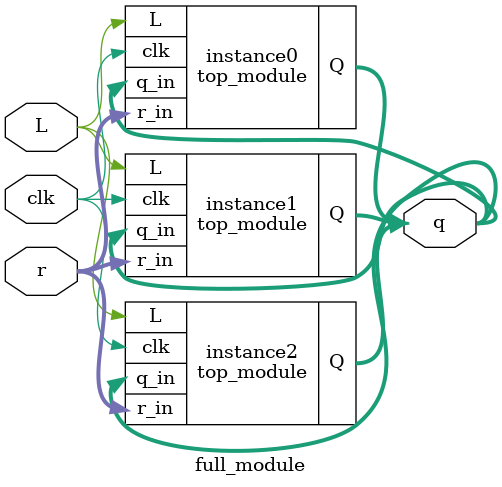
<source format=sv>
module top_module(
    input clk,
    input L,
    input [2:0] q_in,
    input [2:0] r_in,
    output reg [2:0] Q
);

    always @(posedge clk) begin
        if (L) begin
            Q <= r_in;
        end else begin
            Q <= {Q[1] ^ Q[2], Q[0], Q[2]};
        end
    end

endmodule
module full_module (
    input [2:0] r,
    input L,
    input clk,
    output reg [2:0] q
);

    top_module instance0(
        .clk(clk),
        .L(L),
        .q_in(q),
        .r_in(r),
        .Q(q)
    );

    top_module instance1(
        .clk(clk),
        .L(L),
        .q_in(q),
        .r_in(r),
        .Q(q)
    );

    top_module instance2(
        .clk(clk),
        .L(L),
        .q_in(q),
        .r_in(r),
        .Q(q)
    );

endmodule

</source>
